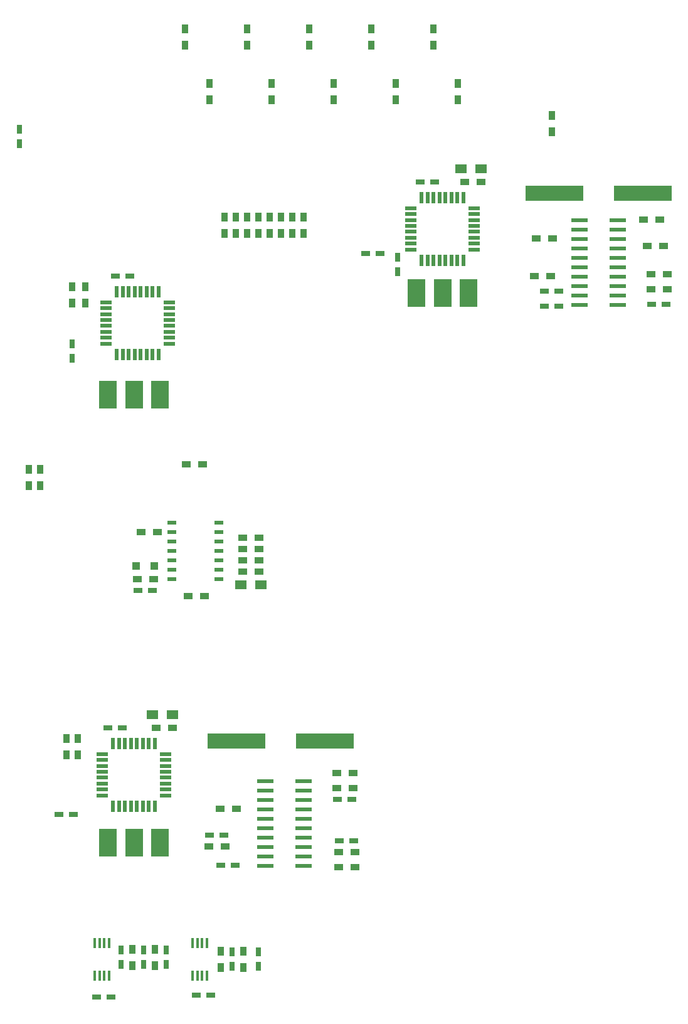
<source format=gbr>
G04 #@! TF.FileFunction,Paste,Top*
%FSLAX46Y46*%
G04 Gerber Fmt 4.6, Leading zero omitted, Abs format (unit mm)*
G04 Created by KiCad (PCBNEW 4.0.6) date 01/21/18 14:08:51*
%MOMM*%
%LPD*%
G01*
G04 APERTURE LIST*
%ADD10C,0.100000*%
%ADD11R,0.550000X1.600000*%
%ADD12R,1.600000X0.550000*%
%ADD13R,2.200000X0.600000*%
%ADD14R,0.450000X1.450000*%
%ADD15R,0.750000X1.200000*%
%ADD16R,1.200000X0.750000*%
%ADD17R,1.500000X1.300000*%
%ADD18R,0.900000X1.200000*%
%ADD19R,1.200000X0.900000*%
%ADD20R,1.143000X0.508000*%
%ADD21R,7.875000X2.000000*%
%ADD22R,1.000000X1.000000*%
%ADD23R,2.450000X3.800000*%
G04 APERTURE END LIST*
D10*
D11*
X236976000Y-46922000D03*
X237776000Y-46922000D03*
X238576000Y-46922000D03*
X239376000Y-46922000D03*
X240176000Y-46922000D03*
X240976000Y-46922000D03*
X241776000Y-46922000D03*
X242576000Y-46922000D03*
D12*
X244026000Y-45472000D03*
X244026000Y-44672000D03*
X244026000Y-43872000D03*
X244026000Y-43072000D03*
X244026000Y-42272000D03*
X244026000Y-41472000D03*
X244026000Y-40672000D03*
X244026000Y-39872000D03*
D11*
X242576000Y-38422000D03*
X241776000Y-38422000D03*
X240976000Y-38422000D03*
X240176000Y-38422000D03*
X239376000Y-38422000D03*
X238576000Y-38422000D03*
X237776000Y-38422000D03*
X236976000Y-38422000D03*
D12*
X235526000Y-39872000D03*
X235526000Y-40672000D03*
X235526000Y-41472000D03*
X235526000Y-42272000D03*
X235526000Y-43072000D03*
X235526000Y-43872000D03*
X235526000Y-44672000D03*
X235526000Y-45472000D03*
D13*
X215840000Y-128651000D03*
X221040000Y-128651000D03*
X215840000Y-127381000D03*
X221040000Y-127381000D03*
X215840000Y-126111000D03*
X221040000Y-126111000D03*
X215840000Y-124841000D03*
X221040000Y-124841000D03*
X215840000Y-123571000D03*
X221040000Y-123571000D03*
X215840000Y-122301000D03*
X221040000Y-122301000D03*
X215840000Y-121031000D03*
X221040000Y-121031000D03*
X215840000Y-119761000D03*
X221040000Y-119761000D03*
X215840000Y-118491000D03*
X221040000Y-118491000D03*
X215840000Y-117221000D03*
X221040000Y-117221000D03*
D14*
X192827000Y-143424000D03*
X193477000Y-143424000D03*
X194127000Y-143424000D03*
X194777000Y-143424000D03*
X194777000Y-139024000D03*
X194127000Y-139024000D03*
X193477000Y-139024000D03*
X192827000Y-139024000D03*
D15*
X182626000Y-29276000D03*
X182626000Y-31176000D03*
D16*
X268036000Y-52832000D03*
X269936000Y-52832000D03*
X227772000Y-125222000D03*
X225872000Y-125222000D03*
X227518000Y-119634000D03*
X225618000Y-119634000D03*
X255458000Y-51054000D03*
X253558000Y-51054000D03*
X208346000Y-124460000D03*
X210246000Y-124460000D03*
X255458000Y-53086000D03*
X253558000Y-53086000D03*
X211770000Y-128524000D03*
X209870000Y-128524000D03*
X196530000Y-109982000D03*
X194630000Y-109982000D03*
X188026000Y-121666000D03*
X189926000Y-121666000D03*
X200594000Y-91440000D03*
X198694000Y-91440000D03*
D15*
X214884000Y-142174000D03*
X214884000Y-140274000D03*
X202438000Y-140020000D03*
X202438000Y-141920000D03*
D16*
X206568000Y-146050000D03*
X208468000Y-146050000D03*
X193106000Y-146304000D03*
X195006000Y-146304000D03*
D15*
X211328000Y-140274000D03*
X211328000Y-142174000D03*
X199390000Y-140020000D03*
X199390000Y-141920000D03*
X196342000Y-140020000D03*
X196342000Y-141920000D03*
D17*
X215218000Y-90678000D03*
X212518000Y-90678000D03*
D18*
X254508000Y-27348000D03*
X254508000Y-29548000D03*
D19*
X266870000Y-41402000D03*
X269070000Y-41402000D03*
X225468000Y-116078000D03*
X227668000Y-116078000D03*
X267886000Y-50800000D03*
X270086000Y-50800000D03*
X225722000Y-126746000D03*
X227922000Y-126746000D03*
X269578000Y-44958000D03*
X267378000Y-44958000D03*
X227668000Y-118110000D03*
X225468000Y-118110000D03*
X267886000Y-48768000D03*
X270086000Y-48768000D03*
X225722000Y-128778000D03*
X227922000Y-128778000D03*
X254338000Y-49022000D03*
X252138000Y-49022000D03*
X210396000Y-125984000D03*
X208196000Y-125984000D03*
X254592000Y-43942000D03*
X252392000Y-43942000D03*
X211920000Y-120904000D03*
X209720000Y-120904000D03*
D18*
X241808000Y-23030000D03*
X241808000Y-25230000D03*
X238506000Y-15664000D03*
X238506000Y-17864000D03*
X233426000Y-23030000D03*
X233426000Y-25230000D03*
X230124000Y-15664000D03*
X230124000Y-17864000D03*
X225044000Y-23030000D03*
X225044000Y-25230000D03*
X221742000Y-15664000D03*
X221742000Y-17864000D03*
X216662000Y-23030000D03*
X216662000Y-25230000D03*
X213360000Y-15664000D03*
X213360000Y-17864000D03*
X208280000Y-23030000D03*
X208280000Y-25230000D03*
X204978000Y-15664000D03*
X204978000Y-17864000D03*
X185420000Y-77300000D03*
X185420000Y-75100000D03*
X183896000Y-75100000D03*
X183896000Y-77300000D03*
X220980000Y-41064000D03*
X220980000Y-43264000D03*
X219456000Y-43264000D03*
X219456000Y-41064000D03*
X217932000Y-41064000D03*
X217932000Y-43264000D03*
X216408000Y-43264000D03*
X216408000Y-41064000D03*
X214884000Y-41064000D03*
X214884000Y-43264000D03*
X213360000Y-43264000D03*
X213360000Y-41064000D03*
X211836000Y-41064000D03*
X211836000Y-43264000D03*
X210312000Y-43264000D03*
X210312000Y-41064000D03*
D19*
X207348000Y-74422000D03*
X205148000Y-74422000D03*
X201252000Y-83566000D03*
X199052000Y-83566000D03*
X200744000Y-89916000D03*
X198544000Y-89916000D03*
X212768000Y-85852000D03*
X214968000Y-85852000D03*
X212768000Y-87376000D03*
X214968000Y-87376000D03*
X207602000Y-92202000D03*
X205402000Y-92202000D03*
X214968000Y-88900000D03*
X212768000Y-88900000D03*
X212768000Y-84328000D03*
X214968000Y-84328000D03*
D18*
X212852000Y-140124000D03*
X212852000Y-142324000D03*
X200914000Y-139870000D03*
X200914000Y-142070000D03*
X209804000Y-142324000D03*
X209804000Y-140124000D03*
X197866000Y-142070000D03*
X197866000Y-139870000D03*
D13*
X258258000Y-52959000D03*
X263458000Y-52959000D03*
X258258000Y-51689000D03*
X263458000Y-51689000D03*
X258258000Y-50419000D03*
X263458000Y-50419000D03*
X258258000Y-49149000D03*
X263458000Y-49149000D03*
X258258000Y-47879000D03*
X263458000Y-47879000D03*
X258258000Y-46609000D03*
X263458000Y-46609000D03*
X258258000Y-45339000D03*
X263458000Y-45339000D03*
X258258000Y-44069000D03*
X263458000Y-44069000D03*
X258258000Y-42799000D03*
X263458000Y-42799000D03*
X258258000Y-41529000D03*
X263458000Y-41529000D03*
D20*
X203200000Y-82296000D03*
X203200000Y-83566000D03*
X203200000Y-84836000D03*
X203200000Y-86106000D03*
X203200000Y-87376000D03*
X203200000Y-88646000D03*
X203200000Y-89916000D03*
X209550000Y-89916000D03*
X209550000Y-88646000D03*
X209550000Y-86106000D03*
X209550000Y-84836000D03*
X209550000Y-83566000D03*
X209550000Y-82296000D03*
X209550000Y-87376000D03*
D14*
X206035000Y-143424000D03*
X206685000Y-143424000D03*
X207335000Y-143424000D03*
X207985000Y-143424000D03*
X207985000Y-139024000D03*
X207335000Y-139024000D03*
X206685000Y-139024000D03*
X206035000Y-139024000D03*
D21*
X266795500Y-37846000D03*
X254920500Y-37846000D03*
X223869500Y-111760000D03*
X211994500Y-111760000D03*
D22*
X200894000Y-88138000D03*
X198394000Y-88138000D03*
D15*
X233680000Y-48448000D03*
X233680000Y-46548000D03*
D16*
X238694000Y-36322000D03*
X236794000Y-36322000D03*
X229428000Y-45974000D03*
X231328000Y-45974000D03*
X197546000Y-49022000D03*
X195646000Y-49022000D03*
D15*
X189738000Y-60132000D03*
X189738000Y-58232000D03*
D17*
X200580000Y-108204000D03*
X203280000Y-108204000D03*
X242236000Y-34544000D03*
X244936000Y-34544000D03*
D18*
X188976000Y-111422000D03*
X188976000Y-113622000D03*
X190500000Y-111422000D03*
X190500000Y-113622000D03*
D19*
X203284000Y-109982000D03*
X201084000Y-109982000D03*
X244940000Y-36322000D03*
X242740000Y-36322000D03*
D18*
X189738000Y-50462000D03*
X189738000Y-52662000D03*
X191516000Y-50462000D03*
X191516000Y-52662000D03*
D23*
X194570000Y-125476000D03*
X198120000Y-125476000D03*
X201670000Y-125476000D03*
X236226000Y-51308000D03*
X239776000Y-51308000D03*
X243326000Y-51308000D03*
X194570000Y-65024000D03*
X198120000Y-65024000D03*
X201670000Y-65024000D03*
D11*
X195320000Y-120582000D03*
X196120000Y-120582000D03*
X196920000Y-120582000D03*
X197720000Y-120582000D03*
X198520000Y-120582000D03*
X199320000Y-120582000D03*
X200120000Y-120582000D03*
X200920000Y-120582000D03*
D12*
X202370000Y-119132000D03*
X202370000Y-118332000D03*
X202370000Y-117532000D03*
X202370000Y-116732000D03*
X202370000Y-115932000D03*
X202370000Y-115132000D03*
X202370000Y-114332000D03*
X202370000Y-113532000D03*
D11*
X200920000Y-112082000D03*
X200120000Y-112082000D03*
X199320000Y-112082000D03*
X198520000Y-112082000D03*
X197720000Y-112082000D03*
X196920000Y-112082000D03*
X196120000Y-112082000D03*
X195320000Y-112082000D03*
D12*
X193870000Y-113532000D03*
X193870000Y-114332000D03*
X193870000Y-115132000D03*
X193870000Y-115932000D03*
X193870000Y-116732000D03*
X193870000Y-117532000D03*
X193870000Y-118332000D03*
X193870000Y-119132000D03*
D11*
X195828000Y-59622000D03*
X196628000Y-59622000D03*
X197428000Y-59622000D03*
X198228000Y-59622000D03*
X199028000Y-59622000D03*
X199828000Y-59622000D03*
X200628000Y-59622000D03*
X201428000Y-59622000D03*
D12*
X202878000Y-58172000D03*
X202878000Y-57372000D03*
X202878000Y-56572000D03*
X202878000Y-55772000D03*
X202878000Y-54972000D03*
X202878000Y-54172000D03*
X202878000Y-53372000D03*
X202878000Y-52572000D03*
D11*
X201428000Y-51122000D03*
X200628000Y-51122000D03*
X199828000Y-51122000D03*
X199028000Y-51122000D03*
X198228000Y-51122000D03*
X197428000Y-51122000D03*
X196628000Y-51122000D03*
X195828000Y-51122000D03*
D12*
X194378000Y-52572000D03*
X194378000Y-53372000D03*
X194378000Y-54172000D03*
X194378000Y-54972000D03*
X194378000Y-55772000D03*
X194378000Y-56572000D03*
X194378000Y-57372000D03*
X194378000Y-58172000D03*
M02*

</source>
